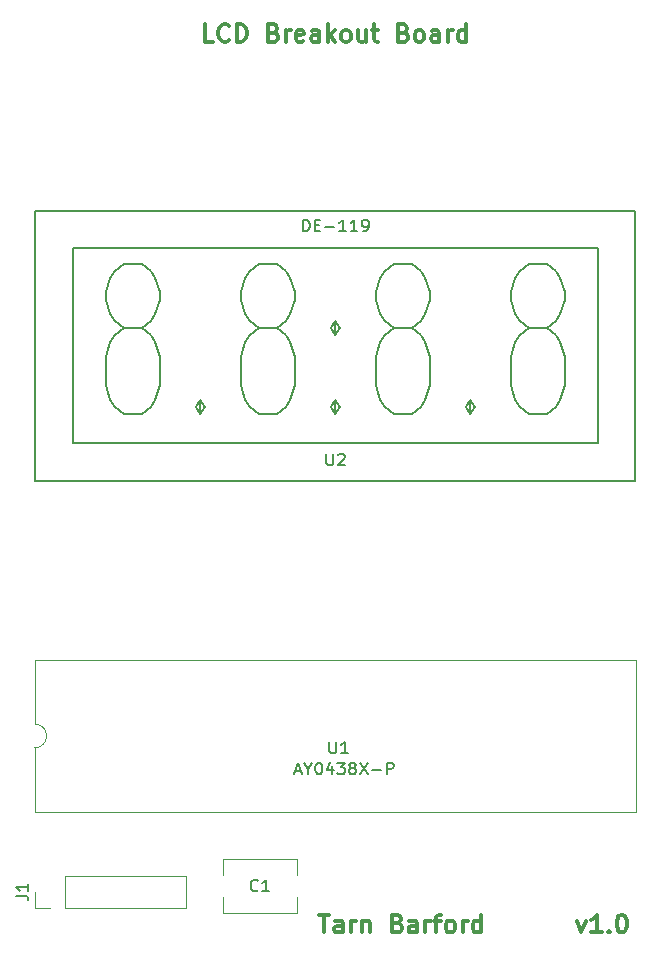
<source format=gbr>
G04 #@! TF.GenerationSoftware,KiCad,Pcbnew,5.0.2+dfsg1-1*
G04 #@! TF.CreationDate,2020-05-10T09:33:12+00:00*
G04 #@! TF.ProjectId,lcd_breakout,6c63645f-6272-4656-916b-6f75742e6b69,v1.0*
G04 #@! TF.SameCoordinates,Original*
G04 #@! TF.FileFunction,Legend,Top*
G04 #@! TF.FilePolarity,Positive*
%FSLAX46Y46*%
G04 Gerber Fmt 4.6, Leading zero omitted, Abs format (unit mm)*
G04 Created by KiCad (PCBNEW 5.0.2+dfsg1-1) date Sun May 10 09:33:12 2020*
%MOMM*%
%LPD*%
G01*
G04 APERTURE LIST*
%ADD10C,0.300000*%
%ADD11C,0.120000*%
%ADD12C,0.150000*%
G04 APERTURE END LIST*
D10*
X152289142Y-129678571D02*
X152646285Y-130678571D01*
X153003428Y-129678571D01*
X154360571Y-130678571D02*
X153503428Y-130678571D01*
X153932000Y-130678571D02*
X153932000Y-129178571D01*
X153789142Y-129392857D01*
X153646285Y-129535714D01*
X153503428Y-129607142D01*
X155003428Y-130535714D02*
X155074857Y-130607142D01*
X155003428Y-130678571D01*
X154932000Y-130607142D01*
X155003428Y-130535714D01*
X155003428Y-130678571D01*
X156003428Y-129178571D02*
X156146285Y-129178571D01*
X156289142Y-129250000D01*
X156360571Y-129321428D01*
X156432000Y-129464285D01*
X156503428Y-129750000D01*
X156503428Y-130107142D01*
X156432000Y-130392857D01*
X156360571Y-130535714D01*
X156289142Y-130607142D01*
X156146285Y-130678571D01*
X156003428Y-130678571D01*
X155860571Y-130607142D01*
X155789142Y-130535714D01*
X155717714Y-130392857D01*
X155646285Y-130107142D01*
X155646285Y-129750000D01*
X155717714Y-129464285D01*
X155789142Y-129321428D01*
X155860571Y-129250000D01*
X156003428Y-129178571D01*
X130449714Y-129178571D02*
X131306857Y-129178571D01*
X130878285Y-130678571D02*
X130878285Y-129178571D01*
X132449714Y-130678571D02*
X132449714Y-129892857D01*
X132378285Y-129750000D01*
X132235428Y-129678571D01*
X131949714Y-129678571D01*
X131806857Y-129750000D01*
X132449714Y-130607142D02*
X132306857Y-130678571D01*
X131949714Y-130678571D01*
X131806857Y-130607142D01*
X131735428Y-130464285D01*
X131735428Y-130321428D01*
X131806857Y-130178571D01*
X131949714Y-130107142D01*
X132306857Y-130107142D01*
X132449714Y-130035714D01*
X133164000Y-130678571D02*
X133164000Y-129678571D01*
X133164000Y-129964285D02*
X133235428Y-129821428D01*
X133306857Y-129750000D01*
X133449714Y-129678571D01*
X133592571Y-129678571D01*
X134092571Y-129678571D02*
X134092571Y-130678571D01*
X134092571Y-129821428D02*
X134164000Y-129750000D01*
X134306857Y-129678571D01*
X134521142Y-129678571D01*
X134664000Y-129750000D01*
X134735428Y-129892857D01*
X134735428Y-130678571D01*
X137092571Y-129892857D02*
X137306857Y-129964285D01*
X137378285Y-130035714D01*
X137449714Y-130178571D01*
X137449714Y-130392857D01*
X137378285Y-130535714D01*
X137306857Y-130607142D01*
X137164000Y-130678571D01*
X136592571Y-130678571D01*
X136592571Y-129178571D01*
X137092571Y-129178571D01*
X137235428Y-129250000D01*
X137306857Y-129321428D01*
X137378285Y-129464285D01*
X137378285Y-129607142D01*
X137306857Y-129750000D01*
X137235428Y-129821428D01*
X137092571Y-129892857D01*
X136592571Y-129892857D01*
X138735428Y-130678571D02*
X138735428Y-129892857D01*
X138664000Y-129750000D01*
X138521142Y-129678571D01*
X138235428Y-129678571D01*
X138092571Y-129750000D01*
X138735428Y-130607142D02*
X138592571Y-130678571D01*
X138235428Y-130678571D01*
X138092571Y-130607142D01*
X138021142Y-130464285D01*
X138021142Y-130321428D01*
X138092571Y-130178571D01*
X138235428Y-130107142D01*
X138592571Y-130107142D01*
X138735428Y-130035714D01*
X139449714Y-130678571D02*
X139449714Y-129678571D01*
X139449714Y-129964285D02*
X139521142Y-129821428D01*
X139592571Y-129750000D01*
X139735428Y-129678571D01*
X139878285Y-129678571D01*
X140164000Y-129678571D02*
X140735428Y-129678571D01*
X140378285Y-130678571D02*
X140378285Y-129392857D01*
X140449714Y-129250000D01*
X140592571Y-129178571D01*
X140735428Y-129178571D01*
X141449714Y-130678571D02*
X141306857Y-130607142D01*
X141235428Y-130535714D01*
X141164000Y-130392857D01*
X141164000Y-129964285D01*
X141235428Y-129821428D01*
X141306857Y-129750000D01*
X141449714Y-129678571D01*
X141664000Y-129678571D01*
X141806857Y-129750000D01*
X141878285Y-129821428D01*
X141949714Y-129964285D01*
X141949714Y-130392857D01*
X141878285Y-130535714D01*
X141806857Y-130607142D01*
X141664000Y-130678571D01*
X141449714Y-130678571D01*
X142592571Y-130678571D02*
X142592571Y-129678571D01*
X142592571Y-129964285D02*
X142664000Y-129821428D01*
X142735428Y-129750000D01*
X142878285Y-129678571D01*
X143021142Y-129678571D01*
X144164000Y-130678571D02*
X144164000Y-129178571D01*
X144164000Y-130607142D02*
X144021142Y-130678571D01*
X143735428Y-130678571D01*
X143592571Y-130607142D01*
X143521142Y-130535714D01*
X143449714Y-130392857D01*
X143449714Y-129964285D01*
X143521142Y-129821428D01*
X143592571Y-129750000D01*
X143735428Y-129678571D01*
X144021142Y-129678571D01*
X144164000Y-129750000D01*
X121468857Y-55288571D02*
X120754571Y-55288571D01*
X120754571Y-53788571D01*
X122826000Y-55145714D02*
X122754571Y-55217142D01*
X122540285Y-55288571D01*
X122397428Y-55288571D01*
X122183142Y-55217142D01*
X122040285Y-55074285D01*
X121968857Y-54931428D01*
X121897428Y-54645714D01*
X121897428Y-54431428D01*
X121968857Y-54145714D01*
X122040285Y-54002857D01*
X122183142Y-53860000D01*
X122397428Y-53788571D01*
X122540285Y-53788571D01*
X122754571Y-53860000D01*
X122826000Y-53931428D01*
X123468857Y-55288571D02*
X123468857Y-53788571D01*
X123826000Y-53788571D01*
X124040285Y-53860000D01*
X124183142Y-54002857D01*
X124254571Y-54145714D01*
X124326000Y-54431428D01*
X124326000Y-54645714D01*
X124254571Y-54931428D01*
X124183142Y-55074285D01*
X124040285Y-55217142D01*
X123826000Y-55288571D01*
X123468857Y-55288571D01*
X126611714Y-54502857D02*
X126826000Y-54574285D01*
X126897428Y-54645714D01*
X126968857Y-54788571D01*
X126968857Y-55002857D01*
X126897428Y-55145714D01*
X126826000Y-55217142D01*
X126683142Y-55288571D01*
X126111714Y-55288571D01*
X126111714Y-53788571D01*
X126611714Y-53788571D01*
X126754571Y-53860000D01*
X126826000Y-53931428D01*
X126897428Y-54074285D01*
X126897428Y-54217142D01*
X126826000Y-54360000D01*
X126754571Y-54431428D01*
X126611714Y-54502857D01*
X126111714Y-54502857D01*
X127611714Y-55288571D02*
X127611714Y-54288571D01*
X127611714Y-54574285D02*
X127683142Y-54431428D01*
X127754571Y-54360000D01*
X127897428Y-54288571D01*
X128040285Y-54288571D01*
X129111714Y-55217142D02*
X128968857Y-55288571D01*
X128683142Y-55288571D01*
X128540285Y-55217142D01*
X128468857Y-55074285D01*
X128468857Y-54502857D01*
X128540285Y-54360000D01*
X128683142Y-54288571D01*
X128968857Y-54288571D01*
X129111714Y-54360000D01*
X129183142Y-54502857D01*
X129183142Y-54645714D01*
X128468857Y-54788571D01*
X130468857Y-55288571D02*
X130468857Y-54502857D01*
X130397428Y-54360000D01*
X130254571Y-54288571D01*
X129968857Y-54288571D01*
X129826000Y-54360000D01*
X130468857Y-55217142D02*
X130326000Y-55288571D01*
X129968857Y-55288571D01*
X129826000Y-55217142D01*
X129754571Y-55074285D01*
X129754571Y-54931428D01*
X129826000Y-54788571D01*
X129968857Y-54717142D01*
X130326000Y-54717142D01*
X130468857Y-54645714D01*
X131183142Y-55288571D02*
X131183142Y-53788571D01*
X131326000Y-54717142D02*
X131754571Y-55288571D01*
X131754571Y-54288571D02*
X131183142Y-54860000D01*
X132611714Y-55288571D02*
X132468857Y-55217142D01*
X132397428Y-55145714D01*
X132326000Y-55002857D01*
X132326000Y-54574285D01*
X132397428Y-54431428D01*
X132468857Y-54360000D01*
X132611714Y-54288571D01*
X132826000Y-54288571D01*
X132968857Y-54360000D01*
X133040285Y-54431428D01*
X133111714Y-54574285D01*
X133111714Y-55002857D01*
X133040285Y-55145714D01*
X132968857Y-55217142D01*
X132826000Y-55288571D01*
X132611714Y-55288571D01*
X134397428Y-54288571D02*
X134397428Y-55288571D01*
X133754571Y-54288571D02*
X133754571Y-55074285D01*
X133826000Y-55217142D01*
X133968857Y-55288571D01*
X134183142Y-55288571D01*
X134326000Y-55217142D01*
X134397428Y-55145714D01*
X134897428Y-54288571D02*
X135468857Y-54288571D01*
X135111714Y-53788571D02*
X135111714Y-55074285D01*
X135183142Y-55217142D01*
X135326000Y-55288571D01*
X135468857Y-55288571D01*
X137611714Y-54502857D02*
X137826000Y-54574285D01*
X137897428Y-54645714D01*
X137968857Y-54788571D01*
X137968857Y-55002857D01*
X137897428Y-55145714D01*
X137826000Y-55217142D01*
X137683142Y-55288571D01*
X137111714Y-55288571D01*
X137111714Y-53788571D01*
X137611714Y-53788571D01*
X137754571Y-53860000D01*
X137826000Y-53931428D01*
X137897428Y-54074285D01*
X137897428Y-54217142D01*
X137826000Y-54360000D01*
X137754571Y-54431428D01*
X137611714Y-54502857D01*
X137111714Y-54502857D01*
X138826000Y-55288571D02*
X138683142Y-55217142D01*
X138611714Y-55145714D01*
X138540285Y-55002857D01*
X138540285Y-54574285D01*
X138611714Y-54431428D01*
X138683142Y-54360000D01*
X138826000Y-54288571D01*
X139040285Y-54288571D01*
X139183142Y-54360000D01*
X139254571Y-54431428D01*
X139326000Y-54574285D01*
X139326000Y-55002857D01*
X139254571Y-55145714D01*
X139183142Y-55217142D01*
X139040285Y-55288571D01*
X138826000Y-55288571D01*
X140611714Y-55288571D02*
X140611714Y-54502857D01*
X140540285Y-54360000D01*
X140397428Y-54288571D01*
X140111714Y-54288571D01*
X139968857Y-54360000D01*
X140611714Y-55217142D02*
X140468857Y-55288571D01*
X140111714Y-55288571D01*
X139968857Y-55217142D01*
X139897428Y-55074285D01*
X139897428Y-54931428D01*
X139968857Y-54788571D01*
X140111714Y-54717142D01*
X140468857Y-54717142D01*
X140611714Y-54645714D01*
X141326000Y-55288571D02*
X141326000Y-54288571D01*
X141326000Y-54574285D02*
X141397428Y-54431428D01*
X141468857Y-54360000D01*
X141611714Y-54288571D01*
X141754571Y-54288571D01*
X142897428Y-55288571D02*
X142897428Y-53788571D01*
X142897428Y-55217142D02*
X142754571Y-55288571D01*
X142468857Y-55288571D01*
X142326000Y-55217142D01*
X142254571Y-55145714D01*
X142183142Y-55002857D01*
X142183142Y-54574285D01*
X142254571Y-54431428D01*
X142326000Y-54360000D01*
X142468857Y-54288571D01*
X142754571Y-54288571D01*
X142897428Y-54360000D01*
D11*
G04 #@! TO.C,U1*
X106366000Y-113046000D02*
G75*
G02X106366000Y-115046000I0J-1000000D01*
G01*
X106366000Y-115046000D02*
X106366000Y-120506000D01*
X106366000Y-120506000D02*
X157286000Y-120506000D01*
X157286000Y-120506000D02*
X157286000Y-107586000D01*
X157286000Y-107586000D02*
X106366000Y-107586000D01*
X106366000Y-107586000D02*
X106366000Y-113046000D01*
G04 #@! TO.C,J1*
X119186000Y-128584000D02*
X119186000Y-125924000D01*
X108966000Y-128584000D02*
X119186000Y-128584000D01*
X108966000Y-125924000D02*
X119186000Y-125924000D01*
X108966000Y-128584000D02*
X108966000Y-125924000D01*
X107696000Y-128584000D02*
X106366000Y-128584000D01*
X106366000Y-128584000D02*
X106366000Y-127254000D01*
G04 #@! TO.C,C1*
X122316000Y-124425000D02*
X128556000Y-124425000D01*
X122316000Y-129067000D02*
X128556000Y-129067000D01*
X122316000Y-124425000D02*
X122316000Y-125821000D01*
X122316000Y-127671000D02*
X122316000Y-129067000D01*
X128556000Y-124425000D02*
X128556000Y-125821000D01*
X128556000Y-127671000D02*
X128556000Y-129067000D01*
D12*
G04 #@! TO.C,U2*
X109601000Y-89281000D02*
X154051000Y-89281000D01*
X154051000Y-72771000D02*
X154051000Y-89281000D01*
X109601000Y-72771000D02*
X154051000Y-72771000D01*
X109601000Y-72771000D02*
X109601000Y-89281000D01*
X106426000Y-92456000D02*
X157226000Y-92456000D01*
X157226000Y-69596000D02*
X157226000Y-92456000D01*
X106426000Y-69596000D02*
X157226000Y-69596000D01*
X106426000Y-69596000D02*
X106426000Y-92456000D01*
G04 #@! TO.C,U1*
X131318095Y-114514380D02*
X131318095Y-115323904D01*
X131365714Y-115419142D01*
X131413333Y-115466761D01*
X131508571Y-115514380D01*
X131699047Y-115514380D01*
X131794285Y-115466761D01*
X131841904Y-115419142D01*
X131889523Y-115323904D01*
X131889523Y-114514380D01*
X132889523Y-115514380D02*
X132318095Y-115514380D01*
X132603809Y-115514380D02*
X132603809Y-114514380D01*
X132508571Y-114657238D01*
X132413333Y-114752476D01*
X132318095Y-114800095D01*
X128421333Y-117006666D02*
X128897523Y-117006666D01*
X128326095Y-117292380D02*
X128659428Y-116292380D01*
X128992761Y-117292380D01*
X129516571Y-116816190D02*
X129516571Y-117292380D01*
X129183238Y-116292380D02*
X129516571Y-116816190D01*
X129849904Y-116292380D01*
X130373714Y-116292380D02*
X130468952Y-116292380D01*
X130564190Y-116340000D01*
X130611809Y-116387619D01*
X130659428Y-116482857D01*
X130707047Y-116673333D01*
X130707047Y-116911428D01*
X130659428Y-117101904D01*
X130611809Y-117197142D01*
X130564190Y-117244761D01*
X130468952Y-117292380D01*
X130373714Y-117292380D01*
X130278476Y-117244761D01*
X130230857Y-117197142D01*
X130183238Y-117101904D01*
X130135619Y-116911428D01*
X130135619Y-116673333D01*
X130183238Y-116482857D01*
X130230857Y-116387619D01*
X130278476Y-116340000D01*
X130373714Y-116292380D01*
X131564190Y-116625714D02*
X131564190Y-117292380D01*
X131326095Y-116244761D02*
X131088000Y-116959047D01*
X131707047Y-116959047D01*
X131992761Y-116292380D02*
X132611809Y-116292380D01*
X132278476Y-116673333D01*
X132421333Y-116673333D01*
X132516571Y-116720952D01*
X132564190Y-116768571D01*
X132611809Y-116863809D01*
X132611809Y-117101904D01*
X132564190Y-117197142D01*
X132516571Y-117244761D01*
X132421333Y-117292380D01*
X132135619Y-117292380D01*
X132040380Y-117244761D01*
X131992761Y-117197142D01*
X133183238Y-116720952D02*
X133088000Y-116673333D01*
X133040380Y-116625714D01*
X132992761Y-116530476D01*
X132992761Y-116482857D01*
X133040380Y-116387619D01*
X133088000Y-116340000D01*
X133183238Y-116292380D01*
X133373714Y-116292380D01*
X133468952Y-116340000D01*
X133516571Y-116387619D01*
X133564190Y-116482857D01*
X133564190Y-116530476D01*
X133516571Y-116625714D01*
X133468952Y-116673333D01*
X133373714Y-116720952D01*
X133183238Y-116720952D01*
X133088000Y-116768571D01*
X133040380Y-116816190D01*
X132992761Y-116911428D01*
X132992761Y-117101904D01*
X133040380Y-117197142D01*
X133088000Y-117244761D01*
X133183238Y-117292380D01*
X133373714Y-117292380D01*
X133468952Y-117244761D01*
X133516571Y-117197142D01*
X133564190Y-117101904D01*
X133564190Y-116911428D01*
X133516571Y-116816190D01*
X133468952Y-116768571D01*
X133373714Y-116720952D01*
X133897523Y-116292380D02*
X134564190Y-117292380D01*
X134564190Y-116292380D02*
X133897523Y-117292380D01*
X134945142Y-116911428D02*
X135707047Y-116911428D01*
X136183238Y-117292380D02*
X136183238Y-116292380D01*
X136564190Y-116292380D01*
X136659428Y-116340000D01*
X136707047Y-116387619D01*
X136754666Y-116482857D01*
X136754666Y-116625714D01*
X136707047Y-116720952D01*
X136659428Y-116768571D01*
X136564190Y-116816190D01*
X136183238Y-116816190D01*
G04 #@! TO.C,J1*
X104818380Y-127587333D02*
X105532666Y-127587333D01*
X105675523Y-127634952D01*
X105770761Y-127730190D01*
X105818380Y-127873047D01*
X105818380Y-127968285D01*
X105818380Y-126587333D02*
X105818380Y-127158761D01*
X105818380Y-126873047D02*
X104818380Y-126873047D01*
X104961238Y-126968285D01*
X105056476Y-127063523D01*
X105104095Y-127158761D01*
G04 #@! TO.C,C1*
X125269333Y-127103142D02*
X125221714Y-127150761D01*
X125078857Y-127198380D01*
X124983619Y-127198380D01*
X124840761Y-127150761D01*
X124745523Y-127055523D01*
X124697904Y-126960285D01*
X124650285Y-126769809D01*
X124650285Y-126626952D01*
X124697904Y-126436476D01*
X124745523Y-126341238D01*
X124840761Y-126246000D01*
X124983619Y-126198380D01*
X125078857Y-126198380D01*
X125221714Y-126246000D01*
X125269333Y-126293619D01*
X126221714Y-127198380D02*
X125650285Y-127198380D01*
X125936000Y-127198380D02*
X125936000Y-126198380D01*
X125840761Y-126341238D01*
X125745523Y-126436476D01*
X125650285Y-126484095D01*
G04 #@! TO.C,U2*
X131064095Y-90130380D02*
X131064095Y-90939904D01*
X131111714Y-91035142D01*
X131159333Y-91082761D01*
X131254571Y-91130380D01*
X131445047Y-91130380D01*
X131540285Y-91082761D01*
X131587904Y-91035142D01*
X131635523Y-90939904D01*
X131635523Y-90130380D01*
X132064095Y-90225619D02*
X132111714Y-90178000D01*
X132206952Y-90130380D01*
X132445047Y-90130380D01*
X132540285Y-90178000D01*
X132587904Y-90225619D01*
X132635523Y-90320857D01*
X132635523Y-90416095D01*
X132587904Y-90558952D01*
X132016476Y-91130380D01*
X132635523Y-91130380D01*
X129064095Y-71318380D02*
X129064095Y-70318380D01*
X129302190Y-70318380D01*
X129445047Y-70366000D01*
X129540285Y-70461238D01*
X129587904Y-70556476D01*
X129635523Y-70746952D01*
X129635523Y-70889809D01*
X129587904Y-71080285D01*
X129540285Y-71175523D01*
X129445047Y-71270761D01*
X129302190Y-71318380D01*
X129064095Y-71318380D01*
X130064095Y-70794571D02*
X130397428Y-70794571D01*
X130540285Y-71318380D02*
X130064095Y-71318380D01*
X130064095Y-70318380D01*
X130540285Y-70318380D01*
X130968857Y-70937428D02*
X131730761Y-70937428D01*
X132730761Y-71318380D02*
X132159333Y-71318380D01*
X132445047Y-71318380D02*
X132445047Y-70318380D01*
X132349809Y-70461238D01*
X132254571Y-70556476D01*
X132159333Y-70604095D01*
X133683142Y-71318380D02*
X133111714Y-71318380D01*
X133397428Y-71318380D02*
X133397428Y-70318380D01*
X133302190Y-70461238D01*
X133206952Y-70556476D01*
X133111714Y-70604095D01*
X134159333Y-71318380D02*
X134349809Y-71318380D01*
X134445047Y-71270761D01*
X134492666Y-71223142D01*
X134587904Y-71080285D01*
X134635523Y-70889809D01*
X134635523Y-70508857D01*
X134587904Y-70413619D01*
X134540285Y-70366000D01*
X134445047Y-70318380D01*
X134254571Y-70318380D01*
X134159333Y-70366000D01*
X134111714Y-70413619D01*
X134064095Y-70508857D01*
X134064095Y-70746952D01*
X134111714Y-70842190D01*
X134159333Y-70889809D01*
X134254571Y-70937428D01*
X134445047Y-70937428D01*
X134540285Y-70889809D01*
X134587904Y-70842190D01*
X134635523Y-70746952D01*
X113921238Y-79514095D02*
X113159333Y-78909333D01*
X112778380Y-78304571D01*
X112397428Y-77095047D01*
X112397428Y-76490285D01*
X112778380Y-75280761D01*
X113159333Y-74676000D01*
X113921238Y-74071238D01*
X115445047Y-74071238D01*
X116206952Y-74676000D01*
X116587904Y-75280761D01*
X116968857Y-76490285D01*
X116968857Y-77095047D01*
X116587904Y-78304571D01*
X116206952Y-78909333D01*
X115445047Y-79514095D01*
X113921238Y-79514095D01*
X113159333Y-80118857D01*
X112778380Y-80723619D01*
X112397428Y-81933142D01*
X112397428Y-84352190D01*
X112778380Y-85561714D01*
X113159333Y-86166476D01*
X113921238Y-86771238D01*
X115445047Y-86771238D01*
X116206952Y-86166476D01*
X116587904Y-85561714D01*
X116968857Y-84352190D01*
X116968857Y-81933142D01*
X116587904Y-80723619D01*
X116206952Y-80118857D01*
X115445047Y-79514095D01*
X120397428Y-85561714D02*
X120778380Y-86166476D01*
X120397428Y-86771238D01*
X120016476Y-86166476D01*
X120397428Y-85561714D01*
X120397428Y-86771238D01*
X125349809Y-79514095D02*
X124587904Y-78909333D01*
X124206952Y-78304571D01*
X123826000Y-77095047D01*
X123826000Y-76490285D01*
X124206952Y-75280761D01*
X124587904Y-74676000D01*
X125349809Y-74071238D01*
X126873619Y-74071238D01*
X127635523Y-74676000D01*
X128016476Y-75280761D01*
X128397428Y-76490285D01*
X128397428Y-77095047D01*
X128016476Y-78304571D01*
X127635523Y-78909333D01*
X126873619Y-79514095D01*
X125349809Y-79514095D01*
X124587904Y-80118857D01*
X124206952Y-80723619D01*
X123826000Y-81933142D01*
X123826000Y-84352190D01*
X124206952Y-85561714D01*
X124587904Y-86166476D01*
X125349809Y-86771238D01*
X126873619Y-86771238D01*
X127635523Y-86166476D01*
X128016476Y-85561714D01*
X128397428Y-84352190D01*
X128397428Y-81933142D01*
X128016476Y-80723619D01*
X127635523Y-80118857D01*
X126873619Y-79514095D01*
X131826000Y-85561714D02*
X132206952Y-86166476D01*
X131826000Y-86771238D01*
X131445047Y-86166476D01*
X131826000Y-85561714D01*
X131826000Y-86771238D01*
X131826000Y-78909333D02*
X132206952Y-79514095D01*
X131826000Y-80118857D01*
X131445047Y-79514095D01*
X131826000Y-78909333D01*
X131826000Y-80118857D01*
X136778380Y-79514095D02*
X136016476Y-78909333D01*
X135635523Y-78304571D01*
X135254571Y-77095047D01*
X135254571Y-76490285D01*
X135635523Y-75280761D01*
X136016476Y-74676000D01*
X136778380Y-74071238D01*
X138302190Y-74071238D01*
X139064095Y-74676000D01*
X139445047Y-75280761D01*
X139826000Y-76490285D01*
X139826000Y-77095047D01*
X139445047Y-78304571D01*
X139064095Y-78909333D01*
X138302190Y-79514095D01*
X136778380Y-79514095D01*
X136016476Y-80118857D01*
X135635523Y-80723619D01*
X135254571Y-81933142D01*
X135254571Y-84352190D01*
X135635523Y-85561714D01*
X136016476Y-86166476D01*
X136778380Y-86771238D01*
X138302190Y-86771238D01*
X139064095Y-86166476D01*
X139445047Y-85561714D01*
X139826000Y-84352190D01*
X139826000Y-81933142D01*
X139445047Y-80723619D01*
X139064095Y-80118857D01*
X138302190Y-79514095D01*
X143254571Y-85561714D02*
X143635523Y-86166476D01*
X143254571Y-86771238D01*
X142873619Y-86166476D01*
X143254571Y-85561714D01*
X143254571Y-86771238D01*
X148206952Y-79514095D02*
X147445047Y-78909333D01*
X147064095Y-78304571D01*
X146683142Y-77095047D01*
X146683142Y-76490285D01*
X147064095Y-75280761D01*
X147445047Y-74676000D01*
X148206952Y-74071238D01*
X149730761Y-74071238D01*
X150492666Y-74676000D01*
X150873619Y-75280761D01*
X151254571Y-76490285D01*
X151254571Y-77095047D01*
X150873619Y-78304571D01*
X150492666Y-78909333D01*
X149730761Y-79514095D01*
X148206952Y-79514095D01*
X147445047Y-80118857D01*
X147064095Y-80723619D01*
X146683142Y-81933142D01*
X146683142Y-84352190D01*
X147064095Y-85561714D01*
X147445047Y-86166476D01*
X148206952Y-86771238D01*
X149730761Y-86771238D01*
X150492666Y-86166476D01*
X150873619Y-85561714D01*
X151254571Y-84352190D01*
X151254571Y-81933142D01*
X150873619Y-80723619D01*
X150492666Y-80118857D01*
X149730761Y-79514095D01*
G04 #@! TD*
M02*

</source>
